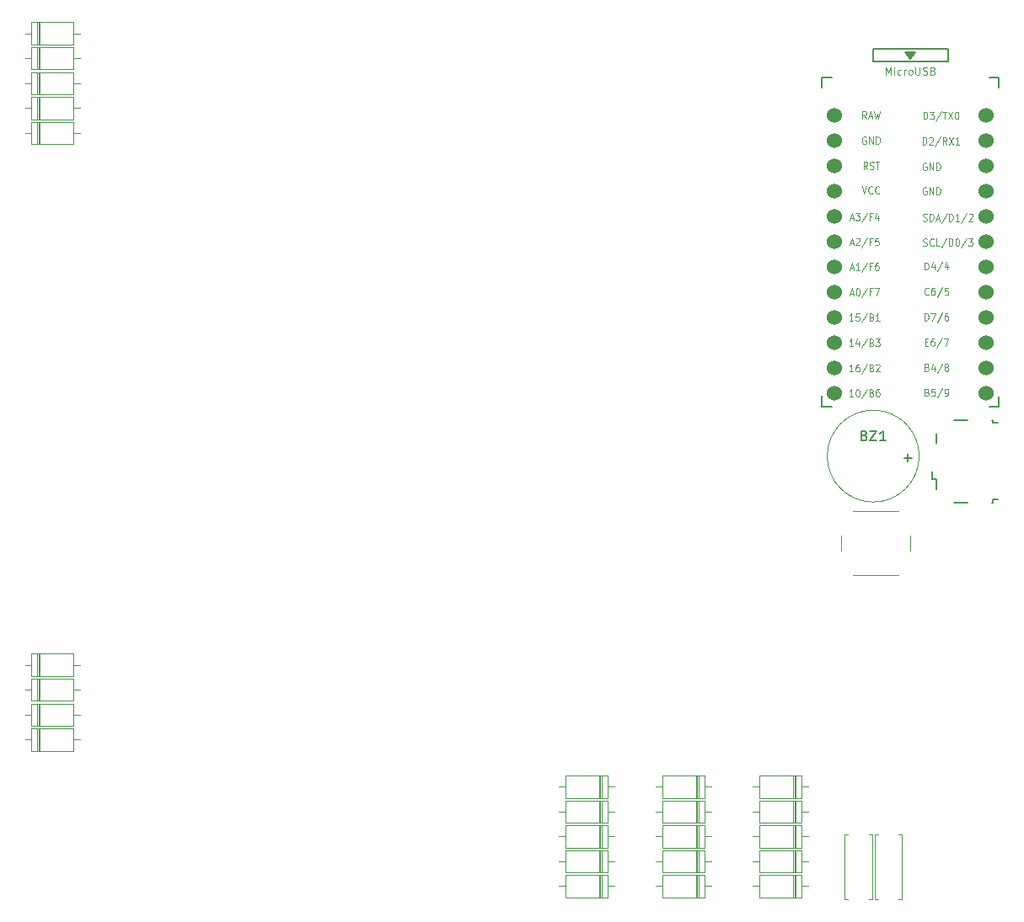
<source format=gto>
%TF.GenerationSoftware,KiCad,Pcbnew,(5.99.0-12766-g4a3658027e)*%
%TF.CreationDate,2021-12-04T14:11:10+09:00*%
%TF.ProjectId,left,6c656674-2e6b-4696-9361-645f70636258,rev?*%
%TF.SameCoordinates,Original*%
%TF.FileFunction,Legend,Top*%
%TF.FilePolarity,Positive*%
%FSLAX46Y46*%
G04 Gerber Fmt 4.6, Leading zero omitted, Abs format (unit mm)*
G04 Created by KiCad (PCBNEW (5.99.0-12766-g4a3658027e)) date 2021-12-04 14:11:10*
%MOMM*%
%LPD*%
G01*
G04 APERTURE LIST*
%ADD10C,0.125000*%
%ADD11C,0.120000*%
%ADD12C,0.150000*%
%ADD13C,1.524000*%
%ADD14R,1.600000X1.600000*%
%ADD15O,1.600000X1.600000*%
%ADD16C,3.000000*%
%ADD17C,1.900000*%
%ADD18C,0.990600*%
%ADD19C,3.400000*%
%ADD20C,1.600000*%
%ADD21C,2.000000*%
%ADD22C,5.700000*%
%ADD23O,0.800000X0.800000*%
%ADD24R,1.300000X0.450000*%
%ADD25O,1.800000X1.150000*%
%ADD26O,2.000000X1.450000*%
G04 APERTURE END LIST*
D10*
%TO.C,U1*%
X116561190Y-29614285D02*
X116561190Y-28864285D01*
X116720714Y-28864285D01*
X116816428Y-28900000D01*
X116880238Y-28971428D01*
X116912142Y-29042857D01*
X116944047Y-29185714D01*
X116944047Y-29292857D01*
X116912142Y-29435714D01*
X116880238Y-29507142D01*
X116816428Y-29578571D01*
X116720714Y-29614285D01*
X116561190Y-29614285D01*
X117167380Y-28864285D02*
X117582142Y-28864285D01*
X117358809Y-29150000D01*
X117454523Y-29150000D01*
X117518333Y-29185714D01*
X117550238Y-29221428D01*
X117582142Y-29292857D01*
X117582142Y-29471428D01*
X117550238Y-29542857D01*
X117518333Y-29578571D01*
X117454523Y-29614285D01*
X117263095Y-29614285D01*
X117199285Y-29578571D01*
X117167380Y-29542857D01*
X118347857Y-28828571D02*
X117773571Y-29792857D01*
X118475476Y-28864285D02*
X118858333Y-28864285D01*
X118666904Y-29614285D02*
X118666904Y-28864285D01*
X119017857Y-28864285D02*
X119464523Y-29614285D01*
X119464523Y-28864285D02*
X119017857Y-29614285D01*
X119847380Y-28864285D02*
X119911190Y-28864285D01*
X119975000Y-28900000D01*
X120006904Y-28935714D01*
X120038809Y-29007142D01*
X120070714Y-29150000D01*
X120070714Y-29328571D01*
X120038809Y-29471428D01*
X120006904Y-29542857D01*
X119975000Y-29578571D01*
X119911190Y-29614285D01*
X119847380Y-29614285D01*
X119783571Y-29578571D01*
X119751666Y-29542857D01*
X119719761Y-29471428D01*
X119687857Y-29328571D01*
X119687857Y-29150000D01*
X119719761Y-29007142D01*
X119751666Y-28935714D01*
X119783571Y-28900000D01*
X119847380Y-28864285D01*
X116908809Y-57071428D02*
X117004523Y-57107142D01*
X117036428Y-57142857D01*
X117068333Y-57214285D01*
X117068333Y-57321428D01*
X117036428Y-57392857D01*
X117004523Y-57428571D01*
X116940714Y-57464285D01*
X116685476Y-57464285D01*
X116685476Y-56714285D01*
X116908809Y-56714285D01*
X116972619Y-56750000D01*
X117004523Y-56785714D01*
X117036428Y-56857142D01*
X117036428Y-56928571D01*
X117004523Y-57000000D01*
X116972619Y-57035714D01*
X116908809Y-57071428D01*
X116685476Y-57071428D01*
X117674523Y-56714285D02*
X117355476Y-56714285D01*
X117323571Y-57071428D01*
X117355476Y-57035714D01*
X117419285Y-57000000D01*
X117578809Y-57000000D01*
X117642619Y-57035714D01*
X117674523Y-57071428D01*
X117706428Y-57142857D01*
X117706428Y-57321428D01*
X117674523Y-57392857D01*
X117642619Y-57428571D01*
X117578809Y-57464285D01*
X117419285Y-57464285D01*
X117355476Y-57428571D01*
X117323571Y-57392857D01*
X118472142Y-56678571D02*
X117897857Y-57642857D01*
X118727380Y-57464285D02*
X118855000Y-57464285D01*
X118918809Y-57428571D01*
X118950714Y-57392857D01*
X119014523Y-57285714D01*
X119046428Y-57142857D01*
X119046428Y-56857142D01*
X119014523Y-56785714D01*
X118982619Y-56750000D01*
X118918809Y-56714285D01*
X118791190Y-56714285D01*
X118727380Y-56750000D01*
X118695476Y-56785714D01*
X118663571Y-56857142D01*
X118663571Y-57035714D01*
X118695476Y-57107142D01*
X118727380Y-57142857D01*
X118791190Y-57178571D01*
X118918809Y-57178571D01*
X118982619Y-57142857D01*
X119014523Y-57107142D01*
X119046428Y-57035714D01*
X110812380Y-29564285D02*
X110589047Y-29207142D01*
X110429523Y-29564285D02*
X110429523Y-28814285D01*
X110684761Y-28814285D01*
X110748571Y-28850000D01*
X110780476Y-28885714D01*
X110812380Y-28957142D01*
X110812380Y-29064285D01*
X110780476Y-29135714D01*
X110748571Y-29171428D01*
X110684761Y-29207142D01*
X110429523Y-29207142D01*
X111067619Y-29350000D02*
X111386666Y-29350000D01*
X111003809Y-29564285D02*
X111227142Y-28814285D01*
X111450476Y-29564285D01*
X111610000Y-28814285D02*
X111769523Y-29564285D01*
X111897142Y-29028571D01*
X112024761Y-29564285D01*
X112184285Y-28814285D01*
X110381666Y-36364285D02*
X110605000Y-37114285D01*
X110828333Y-36364285D01*
X111434523Y-37042857D02*
X111402619Y-37078571D01*
X111306904Y-37114285D01*
X111243095Y-37114285D01*
X111147380Y-37078571D01*
X111083571Y-37007142D01*
X111051666Y-36935714D01*
X111019761Y-36792857D01*
X111019761Y-36685714D01*
X111051666Y-36542857D01*
X111083571Y-36471428D01*
X111147380Y-36400000D01*
X111243095Y-36364285D01*
X111306904Y-36364285D01*
X111402619Y-36400000D01*
X111434523Y-36435714D01*
X112104523Y-37042857D02*
X112072619Y-37078571D01*
X111976904Y-37114285D01*
X111913095Y-37114285D01*
X111817380Y-37078571D01*
X111753571Y-37007142D01*
X111721666Y-36935714D01*
X111689761Y-36792857D01*
X111689761Y-36685714D01*
X111721666Y-36542857D01*
X111753571Y-36471428D01*
X111817380Y-36400000D01*
X111913095Y-36364285D01*
X111976904Y-36364285D01*
X112072619Y-36400000D01*
X112104523Y-36435714D01*
X110764523Y-31400000D02*
X110700714Y-31364285D01*
X110605000Y-31364285D01*
X110509285Y-31400000D01*
X110445476Y-31471428D01*
X110413571Y-31542857D01*
X110381666Y-31685714D01*
X110381666Y-31792857D01*
X110413571Y-31935714D01*
X110445476Y-32007142D01*
X110509285Y-32078571D01*
X110605000Y-32114285D01*
X110668809Y-32114285D01*
X110764523Y-32078571D01*
X110796428Y-32042857D01*
X110796428Y-31792857D01*
X110668809Y-31792857D01*
X111083571Y-32114285D02*
X111083571Y-31364285D01*
X111466428Y-32114285D01*
X111466428Y-31364285D01*
X111785476Y-32114285D02*
X111785476Y-31364285D01*
X111945000Y-31364285D01*
X112040714Y-31400000D01*
X112104523Y-31471428D01*
X112136428Y-31542857D01*
X112168333Y-31685714D01*
X112168333Y-31792857D01*
X112136428Y-31935714D01*
X112104523Y-32007142D01*
X112040714Y-32078571D01*
X111945000Y-32114285D01*
X111785476Y-32114285D01*
X116685476Y-49864285D02*
X116685476Y-49114285D01*
X116845000Y-49114285D01*
X116940714Y-49150000D01*
X117004523Y-49221428D01*
X117036428Y-49292857D01*
X117068333Y-49435714D01*
X117068333Y-49542857D01*
X117036428Y-49685714D01*
X117004523Y-49757142D01*
X116940714Y-49828571D01*
X116845000Y-49864285D01*
X116685476Y-49864285D01*
X117291666Y-49114285D02*
X117738333Y-49114285D01*
X117451190Y-49864285D01*
X118472142Y-49078571D02*
X117897857Y-50042857D01*
X118982619Y-49114285D02*
X118855000Y-49114285D01*
X118791190Y-49150000D01*
X118759285Y-49185714D01*
X118695476Y-49292857D01*
X118663571Y-49435714D01*
X118663571Y-49721428D01*
X118695476Y-49792857D01*
X118727380Y-49828571D01*
X118791190Y-49864285D01*
X118918809Y-49864285D01*
X118982619Y-49828571D01*
X119014523Y-49792857D01*
X119046428Y-49721428D01*
X119046428Y-49542857D01*
X119014523Y-49471428D01*
X118982619Y-49435714D01*
X118918809Y-49400000D01*
X118791190Y-49400000D01*
X118727380Y-49435714D01*
X118695476Y-49471428D01*
X118663571Y-49542857D01*
X116481428Y-32164285D02*
X116481428Y-31414285D01*
X116640952Y-31414285D01*
X116736666Y-31450000D01*
X116800476Y-31521428D01*
X116832380Y-31592857D01*
X116864285Y-31735714D01*
X116864285Y-31842857D01*
X116832380Y-31985714D01*
X116800476Y-32057142D01*
X116736666Y-32128571D01*
X116640952Y-32164285D01*
X116481428Y-32164285D01*
X117119523Y-31485714D02*
X117151428Y-31450000D01*
X117215238Y-31414285D01*
X117374761Y-31414285D01*
X117438571Y-31450000D01*
X117470476Y-31485714D01*
X117502380Y-31557142D01*
X117502380Y-31628571D01*
X117470476Y-31735714D01*
X117087619Y-32164285D01*
X117502380Y-32164285D01*
X118268095Y-31378571D02*
X117693809Y-32342857D01*
X118874285Y-32164285D02*
X118650952Y-31807142D01*
X118491428Y-32164285D02*
X118491428Y-31414285D01*
X118746666Y-31414285D01*
X118810476Y-31450000D01*
X118842380Y-31485714D01*
X118874285Y-31557142D01*
X118874285Y-31664285D01*
X118842380Y-31735714D01*
X118810476Y-31771428D01*
X118746666Y-31807142D01*
X118491428Y-31807142D01*
X119097619Y-31414285D02*
X119544285Y-32164285D01*
X119544285Y-31414285D02*
X119097619Y-32164285D01*
X120150476Y-32164285D02*
X119767619Y-32164285D01*
X119959047Y-32164285D02*
X119959047Y-31414285D01*
X119895238Y-31521428D01*
X119831428Y-31592857D01*
X119767619Y-31628571D01*
D11*
X112753571Y-25139285D02*
X112753571Y-24389285D01*
X113003571Y-24925000D01*
X113253571Y-24389285D01*
X113253571Y-25139285D01*
X113610714Y-25139285D02*
X113610714Y-24639285D01*
X113610714Y-24389285D02*
X113575000Y-24425000D01*
X113610714Y-24460714D01*
X113646428Y-24425000D01*
X113610714Y-24389285D01*
X113610714Y-24460714D01*
X114289285Y-25103571D02*
X114217857Y-25139285D01*
X114075000Y-25139285D01*
X114003571Y-25103571D01*
X113967857Y-25067857D01*
X113932142Y-24996428D01*
X113932142Y-24782142D01*
X113967857Y-24710714D01*
X114003571Y-24675000D01*
X114075000Y-24639285D01*
X114217857Y-24639285D01*
X114289285Y-24675000D01*
X114610714Y-25139285D02*
X114610714Y-24639285D01*
X114610714Y-24782142D02*
X114646428Y-24710714D01*
X114682142Y-24675000D01*
X114753571Y-24639285D01*
X114825000Y-24639285D01*
X115182142Y-25139285D02*
X115110714Y-25103571D01*
X115075000Y-25067857D01*
X115039285Y-24996428D01*
X115039285Y-24782142D01*
X115075000Y-24710714D01*
X115110714Y-24675000D01*
X115182142Y-24639285D01*
X115289285Y-24639285D01*
X115360714Y-24675000D01*
X115396428Y-24710714D01*
X115432142Y-24782142D01*
X115432142Y-24996428D01*
X115396428Y-25067857D01*
X115360714Y-25103571D01*
X115289285Y-25139285D01*
X115182142Y-25139285D01*
X115753571Y-24389285D02*
X115753571Y-24996428D01*
X115789285Y-25067857D01*
X115825000Y-25103571D01*
X115896428Y-25139285D01*
X116039285Y-25139285D01*
X116110714Y-25103571D01*
X116146428Y-25067857D01*
X116182142Y-24996428D01*
X116182142Y-24389285D01*
X116503571Y-25103571D02*
X116610714Y-25139285D01*
X116789285Y-25139285D01*
X116860714Y-25103571D01*
X116896428Y-25067857D01*
X116932142Y-24996428D01*
X116932142Y-24925000D01*
X116896428Y-24853571D01*
X116860714Y-24817857D01*
X116789285Y-24782142D01*
X116646428Y-24746428D01*
X116575000Y-24710714D01*
X116539285Y-24675000D01*
X116503571Y-24603571D01*
X116503571Y-24532142D01*
X116539285Y-24460714D01*
X116575000Y-24425000D01*
X116646428Y-24389285D01*
X116825000Y-24389285D01*
X116932142Y-24425000D01*
X117503571Y-24746428D02*
X117610714Y-24782142D01*
X117646428Y-24817857D01*
X117682142Y-24889285D01*
X117682142Y-24996428D01*
X117646428Y-25067857D01*
X117610714Y-25103571D01*
X117539285Y-25139285D01*
X117253571Y-25139285D01*
X117253571Y-24389285D01*
X117503571Y-24389285D01*
X117575000Y-24425000D01*
X117610714Y-24460714D01*
X117646428Y-24532142D01*
X117646428Y-24603571D01*
X117610714Y-24675000D01*
X117575000Y-24710714D01*
X117503571Y-24746428D01*
X117253571Y-24746428D01*
D10*
X109492380Y-55014285D02*
X109109523Y-55014285D01*
X109300952Y-55014285D02*
X109300952Y-54264285D01*
X109237142Y-54371428D01*
X109173333Y-54442857D01*
X109109523Y-54478571D01*
X110066666Y-54264285D02*
X109939047Y-54264285D01*
X109875238Y-54300000D01*
X109843333Y-54335714D01*
X109779523Y-54442857D01*
X109747619Y-54585714D01*
X109747619Y-54871428D01*
X109779523Y-54942857D01*
X109811428Y-54978571D01*
X109875238Y-55014285D01*
X110002857Y-55014285D01*
X110066666Y-54978571D01*
X110098571Y-54942857D01*
X110130476Y-54871428D01*
X110130476Y-54692857D01*
X110098571Y-54621428D01*
X110066666Y-54585714D01*
X110002857Y-54550000D01*
X109875238Y-54550000D01*
X109811428Y-54585714D01*
X109779523Y-54621428D01*
X109747619Y-54692857D01*
X110896190Y-54228571D02*
X110321904Y-55192857D01*
X111342857Y-54621428D02*
X111438571Y-54657142D01*
X111470476Y-54692857D01*
X111502380Y-54764285D01*
X111502380Y-54871428D01*
X111470476Y-54942857D01*
X111438571Y-54978571D01*
X111374761Y-55014285D01*
X111119523Y-55014285D01*
X111119523Y-54264285D01*
X111342857Y-54264285D01*
X111406666Y-54300000D01*
X111438571Y-54335714D01*
X111470476Y-54407142D01*
X111470476Y-54478571D01*
X111438571Y-54550000D01*
X111406666Y-54585714D01*
X111342857Y-54621428D01*
X111119523Y-54621428D01*
X111757619Y-54335714D02*
X111789523Y-54300000D01*
X111853333Y-54264285D01*
X112012857Y-54264285D01*
X112076666Y-54300000D01*
X112108571Y-54335714D01*
X112140476Y-54407142D01*
X112140476Y-54478571D01*
X112108571Y-54585714D01*
X111725714Y-55014285D01*
X112140476Y-55014285D01*
X109492380Y-57514285D02*
X109109523Y-57514285D01*
X109300952Y-57514285D02*
X109300952Y-56764285D01*
X109237142Y-56871428D01*
X109173333Y-56942857D01*
X109109523Y-56978571D01*
X109907142Y-56764285D02*
X109970952Y-56764285D01*
X110034761Y-56800000D01*
X110066666Y-56835714D01*
X110098571Y-56907142D01*
X110130476Y-57050000D01*
X110130476Y-57228571D01*
X110098571Y-57371428D01*
X110066666Y-57442857D01*
X110034761Y-57478571D01*
X109970952Y-57514285D01*
X109907142Y-57514285D01*
X109843333Y-57478571D01*
X109811428Y-57442857D01*
X109779523Y-57371428D01*
X109747619Y-57228571D01*
X109747619Y-57050000D01*
X109779523Y-56907142D01*
X109811428Y-56835714D01*
X109843333Y-56800000D01*
X109907142Y-56764285D01*
X110896190Y-56728571D02*
X110321904Y-57692857D01*
X111342857Y-57121428D02*
X111438571Y-57157142D01*
X111470476Y-57192857D01*
X111502380Y-57264285D01*
X111502380Y-57371428D01*
X111470476Y-57442857D01*
X111438571Y-57478571D01*
X111374761Y-57514285D01*
X111119523Y-57514285D01*
X111119523Y-56764285D01*
X111342857Y-56764285D01*
X111406666Y-56800000D01*
X111438571Y-56835714D01*
X111470476Y-56907142D01*
X111470476Y-56978571D01*
X111438571Y-57050000D01*
X111406666Y-57085714D01*
X111342857Y-57121428D01*
X111119523Y-57121428D01*
X112076666Y-56764285D02*
X111949047Y-56764285D01*
X111885238Y-56800000D01*
X111853333Y-56835714D01*
X111789523Y-56942857D01*
X111757619Y-57085714D01*
X111757619Y-57371428D01*
X111789523Y-57442857D01*
X111821428Y-57478571D01*
X111885238Y-57514285D01*
X112012857Y-57514285D01*
X112076666Y-57478571D01*
X112108571Y-57442857D01*
X112140476Y-57371428D01*
X112140476Y-57192857D01*
X112108571Y-57121428D01*
X112076666Y-57085714D01*
X112012857Y-57050000D01*
X111885238Y-57050000D01*
X111821428Y-57085714D01*
X111789523Y-57121428D01*
X111757619Y-57192857D01*
X109189285Y-39600000D02*
X109508333Y-39600000D01*
X109125476Y-39814285D02*
X109348809Y-39064285D01*
X109572142Y-39814285D01*
X109731666Y-39064285D02*
X110146428Y-39064285D01*
X109923095Y-39350000D01*
X110018809Y-39350000D01*
X110082619Y-39385714D01*
X110114523Y-39421428D01*
X110146428Y-39492857D01*
X110146428Y-39671428D01*
X110114523Y-39742857D01*
X110082619Y-39778571D01*
X110018809Y-39814285D01*
X109827380Y-39814285D01*
X109763571Y-39778571D01*
X109731666Y-39742857D01*
X110912142Y-39028571D02*
X110337857Y-39992857D01*
X111358809Y-39421428D02*
X111135476Y-39421428D01*
X111135476Y-39814285D02*
X111135476Y-39064285D01*
X111454523Y-39064285D01*
X111996904Y-39314285D02*
X111996904Y-39814285D01*
X111837380Y-39028571D02*
X111677857Y-39564285D01*
X112092619Y-39564285D01*
X109189285Y-47150000D02*
X109508333Y-47150000D01*
X109125476Y-47364285D02*
X109348809Y-46614285D01*
X109572142Y-47364285D01*
X109923095Y-46614285D02*
X109986904Y-46614285D01*
X110050714Y-46650000D01*
X110082619Y-46685714D01*
X110114523Y-46757142D01*
X110146428Y-46900000D01*
X110146428Y-47078571D01*
X110114523Y-47221428D01*
X110082619Y-47292857D01*
X110050714Y-47328571D01*
X109986904Y-47364285D01*
X109923095Y-47364285D01*
X109859285Y-47328571D01*
X109827380Y-47292857D01*
X109795476Y-47221428D01*
X109763571Y-47078571D01*
X109763571Y-46900000D01*
X109795476Y-46757142D01*
X109827380Y-46685714D01*
X109859285Y-46650000D01*
X109923095Y-46614285D01*
X110912142Y-46578571D02*
X110337857Y-47542857D01*
X111358809Y-46971428D02*
X111135476Y-46971428D01*
X111135476Y-47364285D02*
X111135476Y-46614285D01*
X111454523Y-46614285D01*
X111645952Y-46614285D02*
X112092619Y-46614285D01*
X111805476Y-47364285D01*
X116908809Y-54571428D02*
X117004523Y-54607142D01*
X117036428Y-54642857D01*
X117068333Y-54714285D01*
X117068333Y-54821428D01*
X117036428Y-54892857D01*
X117004523Y-54928571D01*
X116940714Y-54964285D01*
X116685476Y-54964285D01*
X116685476Y-54214285D01*
X116908809Y-54214285D01*
X116972619Y-54250000D01*
X117004523Y-54285714D01*
X117036428Y-54357142D01*
X117036428Y-54428571D01*
X117004523Y-54500000D01*
X116972619Y-54535714D01*
X116908809Y-54571428D01*
X116685476Y-54571428D01*
X117642619Y-54464285D02*
X117642619Y-54964285D01*
X117483095Y-54178571D02*
X117323571Y-54714285D01*
X117738333Y-54714285D01*
X118472142Y-54178571D02*
X117897857Y-55142857D01*
X118791190Y-54535714D02*
X118727380Y-54500000D01*
X118695476Y-54464285D01*
X118663571Y-54392857D01*
X118663571Y-54357142D01*
X118695476Y-54285714D01*
X118727380Y-54250000D01*
X118791190Y-54214285D01*
X118918809Y-54214285D01*
X118982619Y-54250000D01*
X119014523Y-54285714D01*
X119046428Y-54357142D01*
X119046428Y-54392857D01*
X119014523Y-54464285D01*
X118982619Y-54500000D01*
X118918809Y-54535714D01*
X118791190Y-54535714D01*
X118727380Y-54571428D01*
X118695476Y-54607142D01*
X118663571Y-54678571D01*
X118663571Y-54821428D01*
X118695476Y-54892857D01*
X118727380Y-54928571D01*
X118791190Y-54964285D01*
X118918809Y-54964285D01*
X118982619Y-54928571D01*
X119014523Y-54892857D01*
X119046428Y-54821428D01*
X119046428Y-54678571D01*
X119014523Y-54607142D01*
X118982619Y-54571428D01*
X118918809Y-54535714D01*
X117068333Y-47242857D02*
X117036428Y-47278571D01*
X116940714Y-47314285D01*
X116876904Y-47314285D01*
X116781190Y-47278571D01*
X116717380Y-47207142D01*
X116685476Y-47135714D01*
X116653571Y-46992857D01*
X116653571Y-46885714D01*
X116685476Y-46742857D01*
X116717380Y-46671428D01*
X116781190Y-46600000D01*
X116876904Y-46564285D01*
X116940714Y-46564285D01*
X117036428Y-46600000D01*
X117068333Y-46635714D01*
X117642619Y-46564285D02*
X117515000Y-46564285D01*
X117451190Y-46600000D01*
X117419285Y-46635714D01*
X117355476Y-46742857D01*
X117323571Y-46885714D01*
X117323571Y-47171428D01*
X117355476Y-47242857D01*
X117387380Y-47278571D01*
X117451190Y-47314285D01*
X117578809Y-47314285D01*
X117642619Y-47278571D01*
X117674523Y-47242857D01*
X117706428Y-47171428D01*
X117706428Y-46992857D01*
X117674523Y-46921428D01*
X117642619Y-46885714D01*
X117578809Y-46850000D01*
X117451190Y-46850000D01*
X117387380Y-46885714D01*
X117355476Y-46921428D01*
X117323571Y-46992857D01*
X118472142Y-46528571D02*
X117897857Y-47492857D01*
X119014523Y-46564285D02*
X118695476Y-46564285D01*
X118663571Y-46921428D01*
X118695476Y-46885714D01*
X118759285Y-46850000D01*
X118918809Y-46850000D01*
X118982619Y-46885714D01*
X119014523Y-46921428D01*
X119046428Y-46992857D01*
X119046428Y-47171428D01*
X119014523Y-47242857D01*
X118982619Y-47278571D01*
X118918809Y-47314285D01*
X118759285Y-47314285D01*
X118695476Y-47278571D01*
X118663571Y-47242857D01*
X116717380Y-52021428D02*
X116940714Y-52021428D01*
X117036428Y-52414285D02*
X116717380Y-52414285D01*
X116717380Y-51664285D01*
X117036428Y-51664285D01*
X117610714Y-51664285D02*
X117483095Y-51664285D01*
X117419285Y-51700000D01*
X117387380Y-51735714D01*
X117323571Y-51842857D01*
X117291666Y-51985714D01*
X117291666Y-52271428D01*
X117323571Y-52342857D01*
X117355476Y-52378571D01*
X117419285Y-52414285D01*
X117546904Y-52414285D01*
X117610714Y-52378571D01*
X117642619Y-52342857D01*
X117674523Y-52271428D01*
X117674523Y-52092857D01*
X117642619Y-52021428D01*
X117610714Y-51985714D01*
X117546904Y-51950000D01*
X117419285Y-51950000D01*
X117355476Y-51985714D01*
X117323571Y-52021428D01*
X117291666Y-52092857D01*
X118440238Y-51628571D02*
X117865952Y-52592857D01*
X118599761Y-51664285D02*
X119046428Y-51664285D01*
X118759285Y-52414285D01*
X116527380Y-42328571D02*
X116623095Y-42364285D01*
X116782619Y-42364285D01*
X116846428Y-42328571D01*
X116878333Y-42292857D01*
X116910238Y-42221428D01*
X116910238Y-42150000D01*
X116878333Y-42078571D01*
X116846428Y-42042857D01*
X116782619Y-42007142D01*
X116655000Y-41971428D01*
X116591190Y-41935714D01*
X116559285Y-41900000D01*
X116527380Y-41828571D01*
X116527380Y-41757142D01*
X116559285Y-41685714D01*
X116591190Y-41650000D01*
X116655000Y-41614285D01*
X116814523Y-41614285D01*
X116910238Y-41650000D01*
X117580238Y-42292857D02*
X117548333Y-42328571D01*
X117452619Y-42364285D01*
X117388809Y-42364285D01*
X117293095Y-42328571D01*
X117229285Y-42257142D01*
X117197380Y-42185714D01*
X117165476Y-42042857D01*
X117165476Y-41935714D01*
X117197380Y-41792857D01*
X117229285Y-41721428D01*
X117293095Y-41650000D01*
X117388809Y-41614285D01*
X117452619Y-41614285D01*
X117548333Y-41650000D01*
X117580238Y-41685714D01*
X118186428Y-42364285D02*
X117867380Y-42364285D01*
X117867380Y-41614285D01*
X118888333Y-41578571D02*
X118314047Y-42542857D01*
X119111666Y-42364285D02*
X119111666Y-41614285D01*
X119271190Y-41614285D01*
X119366904Y-41650000D01*
X119430714Y-41721428D01*
X119462619Y-41792857D01*
X119494523Y-41935714D01*
X119494523Y-42042857D01*
X119462619Y-42185714D01*
X119430714Y-42257142D01*
X119366904Y-42328571D01*
X119271190Y-42364285D01*
X119111666Y-42364285D01*
X119909285Y-41614285D02*
X119973095Y-41614285D01*
X120036904Y-41650000D01*
X120068809Y-41685714D01*
X120100714Y-41757142D01*
X120132619Y-41900000D01*
X120132619Y-42078571D01*
X120100714Y-42221428D01*
X120068809Y-42292857D01*
X120036904Y-42328571D01*
X119973095Y-42364285D01*
X119909285Y-42364285D01*
X119845476Y-42328571D01*
X119813571Y-42292857D01*
X119781666Y-42221428D01*
X119749761Y-42078571D01*
X119749761Y-41900000D01*
X119781666Y-41757142D01*
X119813571Y-41685714D01*
X119845476Y-41650000D01*
X119909285Y-41614285D01*
X120898333Y-41578571D02*
X120324047Y-42542857D01*
X121057857Y-41614285D02*
X121472619Y-41614285D01*
X121249285Y-41900000D01*
X121345000Y-41900000D01*
X121408809Y-41935714D01*
X121440714Y-41971428D01*
X121472619Y-42042857D01*
X121472619Y-42221428D01*
X121440714Y-42292857D01*
X121408809Y-42328571D01*
X121345000Y-42364285D01*
X121153571Y-42364285D01*
X121089761Y-42328571D01*
X121057857Y-42292857D01*
X109189285Y-42100000D02*
X109508333Y-42100000D01*
X109125476Y-42314285D02*
X109348809Y-41564285D01*
X109572142Y-42314285D01*
X109763571Y-41635714D02*
X109795476Y-41600000D01*
X109859285Y-41564285D01*
X110018809Y-41564285D01*
X110082619Y-41600000D01*
X110114523Y-41635714D01*
X110146428Y-41707142D01*
X110146428Y-41778571D01*
X110114523Y-41885714D01*
X109731666Y-42314285D01*
X110146428Y-42314285D01*
X110912142Y-41528571D02*
X110337857Y-42492857D01*
X111358809Y-41921428D02*
X111135476Y-41921428D01*
X111135476Y-42314285D02*
X111135476Y-41564285D01*
X111454523Y-41564285D01*
X112028809Y-41564285D02*
X111709761Y-41564285D01*
X111677857Y-41921428D01*
X111709761Y-41885714D01*
X111773571Y-41850000D01*
X111933095Y-41850000D01*
X111996904Y-41885714D01*
X112028809Y-41921428D01*
X112060714Y-41992857D01*
X112060714Y-42171428D01*
X112028809Y-42242857D01*
X111996904Y-42278571D01*
X111933095Y-42314285D01*
X111773571Y-42314285D01*
X111709761Y-42278571D01*
X111677857Y-42242857D01*
D12*
D10*
X110908095Y-34664285D02*
X110684761Y-34307142D01*
X110525238Y-34664285D02*
X110525238Y-33914285D01*
X110780476Y-33914285D01*
X110844285Y-33950000D01*
X110876190Y-33985714D01*
X110908095Y-34057142D01*
X110908095Y-34164285D01*
X110876190Y-34235714D01*
X110844285Y-34271428D01*
X110780476Y-34307142D01*
X110525238Y-34307142D01*
X111163333Y-34628571D02*
X111259047Y-34664285D01*
X111418571Y-34664285D01*
X111482380Y-34628571D01*
X111514285Y-34592857D01*
X111546190Y-34521428D01*
X111546190Y-34450000D01*
X111514285Y-34378571D01*
X111482380Y-34342857D01*
X111418571Y-34307142D01*
X111290952Y-34271428D01*
X111227142Y-34235714D01*
X111195238Y-34200000D01*
X111163333Y-34128571D01*
X111163333Y-34057142D01*
X111195238Y-33985714D01*
X111227142Y-33950000D01*
X111290952Y-33914285D01*
X111450476Y-33914285D01*
X111546190Y-33950000D01*
X111737619Y-33914285D02*
X112120476Y-33914285D01*
X111929047Y-34664285D02*
X111929047Y-33914285D01*
X116839523Y-34050000D02*
X116775714Y-34014285D01*
X116680000Y-34014285D01*
X116584285Y-34050000D01*
X116520476Y-34121428D01*
X116488571Y-34192857D01*
X116456666Y-34335714D01*
X116456666Y-34442857D01*
X116488571Y-34585714D01*
X116520476Y-34657142D01*
X116584285Y-34728571D01*
X116680000Y-34764285D01*
X116743809Y-34764285D01*
X116839523Y-34728571D01*
X116871428Y-34692857D01*
X116871428Y-34442857D01*
X116743809Y-34442857D01*
X117158571Y-34764285D02*
X117158571Y-34014285D01*
X117541428Y-34764285D01*
X117541428Y-34014285D01*
X117860476Y-34764285D02*
X117860476Y-34014285D01*
X118020000Y-34014285D01*
X118115714Y-34050000D01*
X118179523Y-34121428D01*
X118211428Y-34192857D01*
X118243333Y-34335714D01*
X118243333Y-34442857D01*
X118211428Y-34585714D01*
X118179523Y-34657142D01*
X118115714Y-34728571D01*
X118020000Y-34764285D01*
X117860476Y-34764285D01*
X109189285Y-44600000D02*
X109508333Y-44600000D01*
X109125476Y-44814285D02*
X109348809Y-44064285D01*
X109572142Y-44814285D01*
X110146428Y-44814285D02*
X109763571Y-44814285D01*
X109955000Y-44814285D02*
X109955000Y-44064285D01*
X109891190Y-44171428D01*
X109827380Y-44242857D01*
X109763571Y-44278571D01*
X110912142Y-44028571D02*
X110337857Y-44992857D01*
X111358809Y-44421428D02*
X111135476Y-44421428D01*
X111135476Y-44814285D02*
X111135476Y-44064285D01*
X111454523Y-44064285D01*
X111996904Y-44064285D02*
X111869285Y-44064285D01*
X111805476Y-44100000D01*
X111773571Y-44135714D01*
X111709761Y-44242857D01*
X111677857Y-44385714D01*
X111677857Y-44671428D01*
X111709761Y-44742857D01*
X111741666Y-44778571D01*
X111805476Y-44814285D01*
X111933095Y-44814285D01*
X111996904Y-44778571D01*
X112028809Y-44742857D01*
X112060714Y-44671428D01*
X112060714Y-44492857D01*
X112028809Y-44421428D01*
X111996904Y-44385714D01*
X111933095Y-44350000D01*
X111805476Y-44350000D01*
X111741666Y-44385714D01*
X111709761Y-44421428D01*
X111677857Y-44492857D01*
X109492380Y-52464285D02*
X109109523Y-52464285D01*
X109300952Y-52464285D02*
X109300952Y-51714285D01*
X109237142Y-51821428D01*
X109173333Y-51892857D01*
X109109523Y-51928571D01*
X110066666Y-51964285D02*
X110066666Y-52464285D01*
X109907142Y-51678571D02*
X109747619Y-52214285D01*
X110162380Y-52214285D01*
X110896190Y-51678571D02*
X110321904Y-52642857D01*
X111342857Y-52071428D02*
X111438571Y-52107142D01*
X111470476Y-52142857D01*
X111502380Y-52214285D01*
X111502380Y-52321428D01*
X111470476Y-52392857D01*
X111438571Y-52428571D01*
X111374761Y-52464285D01*
X111119523Y-52464285D01*
X111119523Y-51714285D01*
X111342857Y-51714285D01*
X111406666Y-51750000D01*
X111438571Y-51785714D01*
X111470476Y-51857142D01*
X111470476Y-51928571D01*
X111438571Y-52000000D01*
X111406666Y-52035714D01*
X111342857Y-52071428D01*
X111119523Y-52071428D01*
X111725714Y-51714285D02*
X112140476Y-51714285D01*
X111917142Y-52000000D01*
X112012857Y-52000000D01*
X112076666Y-52035714D01*
X112108571Y-52071428D01*
X112140476Y-52142857D01*
X112140476Y-52321428D01*
X112108571Y-52392857D01*
X112076666Y-52428571D01*
X112012857Y-52464285D01*
X111821428Y-52464285D01*
X111757619Y-52428571D01*
X111725714Y-52392857D01*
X109492380Y-49914285D02*
X109109523Y-49914285D01*
X109300952Y-49914285D02*
X109300952Y-49164285D01*
X109237142Y-49271428D01*
X109173333Y-49342857D01*
X109109523Y-49378571D01*
X110098571Y-49164285D02*
X109779523Y-49164285D01*
X109747619Y-49521428D01*
X109779523Y-49485714D01*
X109843333Y-49450000D01*
X110002857Y-49450000D01*
X110066666Y-49485714D01*
X110098571Y-49521428D01*
X110130476Y-49592857D01*
X110130476Y-49771428D01*
X110098571Y-49842857D01*
X110066666Y-49878571D01*
X110002857Y-49914285D01*
X109843333Y-49914285D01*
X109779523Y-49878571D01*
X109747619Y-49842857D01*
X110896190Y-49128571D02*
X110321904Y-50092857D01*
X111342857Y-49521428D02*
X111438571Y-49557142D01*
X111470476Y-49592857D01*
X111502380Y-49664285D01*
X111502380Y-49771428D01*
X111470476Y-49842857D01*
X111438571Y-49878571D01*
X111374761Y-49914285D01*
X111119523Y-49914285D01*
X111119523Y-49164285D01*
X111342857Y-49164285D01*
X111406666Y-49200000D01*
X111438571Y-49235714D01*
X111470476Y-49307142D01*
X111470476Y-49378571D01*
X111438571Y-49450000D01*
X111406666Y-49485714D01*
X111342857Y-49521428D01*
X111119523Y-49521428D01*
X112140476Y-49914285D02*
X111757619Y-49914285D01*
X111949047Y-49914285D02*
X111949047Y-49164285D01*
X111885238Y-49271428D01*
X111821428Y-49342857D01*
X111757619Y-49378571D01*
X116511428Y-39828571D02*
X116607142Y-39864285D01*
X116766666Y-39864285D01*
X116830476Y-39828571D01*
X116862380Y-39792857D01*
X116894285Y-39721428D01*
X116894285Y-39650000D01*
X116862380Y-39578571D01*
X116830476Y-39542857D01*
X116766666Y-39507142D01*
X116639047Y-39471428D01*
X116575238Y-39435714D01*
X116543333Y-39400000D01*
X116511428Y-39328571D01*
X116511428Y-39257142D01*
X116543333Y-39185714D01*
X116575238Y-39150000D01*
X116639047Y-39114285D01*
X116798571Y-39114285D01*
X116894285Y-39150000D01*
X117181428Y-39864285D02*
X117181428Y-39114285D01*
X117340952Y-39114285D01*
X117436666Y-39150000D01*
X117500476Y-39221428D01*
X117532380Y-39292857D01*
X117564285Y-39435714D01*
X117564285Y-39542857D01*
X117532380Y-39685714D01*
X117500476Y-39757142D01*
X117436666Y-39828571D01*
X117340952Y-39864285D01*
X117181428Y-39864285D01*
X117819523Y-39650000D02*
X118138571Y-39650000D01*
X117755714Y-39864285D02*
X117979047Y-39114285D01*
X118202380Y-39864285D01*
X118904285Y-39078571D02*
X118330000Y-40042857D01*
X119127619Y-39864285D02*
X119127619Y-39114285D01*
X119287142Y-39114285D01*
X119382857Y-39150000D01*
X119446666Y-39221428D01*
X119478571Y-39292857D01*
X119510476Y-39435714D01*
X119510476Y-39542857D01*
X119478571Y-39685714D01*
X119446666Y-39757142D01*
X119382857Y-39828571D01*
X119287142Y-39864285D01*
X119127619Y-39864285D01*
X120148571Y-39864285D02*
X119765714Y-39864285D01*
X119957142Y-39864285D02*
X119957142Y-39114285D01*
X119893333Y-39221428D01*
X119829523Y-39292857D01*
X119765714Y-39328571D01*
X120914285Y-39078571D02*
X120340000Y-40042857D01*
X121105714Y-39185714D02*
X121137619Y-39150000D01*
X121201428Y-39114285D01*
X121360952Y-39114285D01*
X121424761Y-39150000D01*
X121456666Y-39185714D01*
X121488571Y-39257142D01*
X121488571Y-39328571D01*
X121456666Y-39435714D01*
X121073809Y-39864285D01*
X121488571Y-39864285D01*
X116839523Y-36500000D02*
X116775714Y-36464285D01*
X116680000Y-36464285D01*
X116584285Y-36500000D01*
X116520476Y-36571428D01*
X116488571Y-36642857D01*
X116456666Y-36785714D01*
X116456666Y-36892857D01*
X116488571Y-37035714D01*
X116520476Y-37107142D01*
X116584285Y-37178571D01*
X116680000Y-37214285D01*
X116743809Y-37214285D01*
X116839523Y-37178571D01*
X116871428Y-37142857D01*
X116871428Y-36892857D01*
X116743809Y-36892857D01*
X117158571Y-37214285D02*
X117158571Y-36464285D01*
X117541428Y-37214285D01*
X117541428Y-36464285D01*
X117860476Y-37214285D02*
X117860476Y-36464285D01*
X118020000Y-36464285D01*
X118115714Y-36500000D01*
X118179523Y-36571428D01*
X118211428Y-36642857D01*
X118243333Y-36785714D01*
X118243333Y-36892857D01*
X118211428Y-37035714D01*
X118179523Y-37107142D01*
X118115714Y-37178571D01*
X118020000Y-37214285D01*
X117860476Y-37214285D01*
X116685476Y-44764285D02*
X116685476Y-44014285D01*
X116845000Y-44014285D01*
X116940714Y-44050000D01*
X117004523Y-44121428D01*
X117036428Y-44192857D01*
X117068333Y-44335714D01*
X117068333Y-44442857D01*
X117036428Y-44585714D01*
X117004523Y-44657142D01*
X116940714Y-44728571D01*
X116845000Y-44764285D01*
X116685476Y-44764285D01*
X117642619Y-44264285D02*
X117642619Y-44764285D01*
X117483095Y-43978571D02*
X117323571Y-44514285D01*
X117738333Y-44514285D01*
X118472142Y-43978571D02*
X117897857Y-44942857D01*
X118982619Y-44264285D02*
X118982619Y-44764285D01*
X118823095Y-43978571D02*
X118663571Y-44514285D01*
X119078333Y-44514285D01*
D12*
%TO.C,BZ1*%
X110619047Y-61428571D02*
X110761904Y-61476190D01*
X110809523Y-61523809D01*
X110857142Y-61619047D01*
X110857142Y-61761904D01*
X110809523Y-61857142D01*
X110761904Y-61904761D01*
X110666666Y-61952380D01*
X110285714Y-61952380D01*
X110285714Y-60952380D01*
X110619047Y-60952380D01*
X110714285Y-61000000D01*
X110761904Y-61047619D01*
X110809523Y-61142857D01*
X110809523Y-61238095D01*
X110761904Y-61333333D01*
X110714285Y-61380952D01*
X110619047Y-61428571D01*
X110285714Y-61428571D01*
X111190476Y-60952380D02*
X111857142Y-60952380D01*
X111190476Y-61952380D01*
X111857142Y-61952380D01*
X112761904Y-61952380D02*
X112190476Y-61952380D01*
X112476190Y-61952380D02*
X112476190Y-60952380D01*
X112380952Y-61095238D01*
X112285714Y-61190476D01*
X112190476Y-61238095D01*
X114619047Y-63671428D02*
X115380952Y-63671428D01*
X115000000Y-64052380D02*
X115000000Y-63290476D01*
D11*
%TO.C,D21*%
X84810000Y-97870000D02*
X84810000Y-95630000D01*
X84210000Y-97870000D02*
X84210000Y-95630000D01*
X83970000Y-97870000D02*
X83970000Y-95630000D01*
X80570000Y-95630000D02*
X80570000Y-97870000D01*
X79920000Y-96750000D02*
X80570000Y-96750000D01*
X84090000Y-97870000D02*
X84090000Y-95630000D01*
X84810000Y-95630000D02*
X80570000Y-95630000D01*
X80570000Y-97870000D02*
X84810000Y-97870000D01*
X85460000Y-96750000D02*
X84810000Y-96750000D01*
%TO.C,D13*%
X90320000Y-102870000D02*
X94560000Y-102870000D01*
X93720000Y-102870000D02*
X93720000Y-100630000D01*
X89670000Y-101750000D02*
X90320000Y-101750000D01*
X94560000Y-102870000D02*
X94560000Y-100630000D01*
X94560000Y-100630000D02*
X90320000Y-100630000D01*
X93840000Y-102870000D02*
X93840000Y-100630000D01*
X93960000Y-102870000D02*
X93960000Y-100630000D01*
X95210000Y-101750000D02*
X94560000Y-101750000D01*
X90320000Y-100630000D02*
X90320000Y-102870000D01*
%TO.C,R1*%
X111040000Y-101540000D02*
X111370000Y-101540000D01*
X111370000Y-108080000D02*
X111040000Y-108080000D01*
X108630000Y-108080000D02*
X108960000Y-108080000D01*
X108960000Y-101540000D02*
X108630000Y-101540000D01*
X111370000Y-101540000D02*
X111370000Y-108080000D01*
X108630000Y-101540000D02*
X108630000Y-108080000D01*
%TO.C,SW47*%
X114000000Y-69000000D02*
X109500000Y-69000000D01*
X108250000Y-71500000D02*
X108250000Y-73000000D01*
X115250000Y-73000000D02*
X115250000Y-71500000D01*
X109500000Y-75500000D02*
X114000000Y-75500000D01*
%TO.C,D4*%
X100070000Y-107870000D02*
X104310000Y-107870000D01*
X103590000Y-107870000D02*
X103590000Y-105630000D01*
X104310000Y-107870000D02*
X104310000Y-105630000D01*
X103470000Y-107870000D02*
X103470000Y-105630000D01*
X100070000Y-105630000D02*
X100070000Y-107870000D01*
X103710000Y-107870000D02*
X103710000Y-105630000D01*
X104960000Y-106750000D02*
X104310000Y-106750000D01*
X104310000Y-105630000D02*
X100070000Y-105630000D01*
X99420000Y-106750000D02*
X100070000Y-106750000D01*
%TO.C,D8*%
X94560000Y-105370000D02*
X94560000Y-103130000D01*
X93960000Y-105370000D02*
X93960000Y-103130000D01*
X93840000Y-105370000D02*
X93840000Y-103130000D01*
X90320000Y-105370000D02*
X94560000Y-105370000D01*
X93720000Y-105370000D02*
X93720000Y-103130000D01*
X95210000Y-104250000D02*
X94560000Y-104250000D01*
X94560000Y-103130000D02*
X90320000Y-103130000D01*
X89670000Y-104250000D02*
X90320000Y-104250000D01*
X90320000Y-103130000D02*
X90320000Y-105370000D01*
%TO.C,D6*%
X27780000Y-27380000D02*
X27780000Y-29620000D01*
X27540000Y-27380000D02*
X27540000Y-29620000D01*
X26940000Y-27380000D02*
X26940000Y-29620000D01*
X31830000Y-28500000D02*
X31180000Y-28500000D01*
X27660000Y-27380000D02*
X27660000Y-29620000D01*
X26940000Y-29620000D02*
X31180000Y-29620000D01*
X26290000Y-28500000D02*
X26940000Y-28500000D01*
X31180000Y-29620000D02*
X31180000Y-27380000D01*
X31180000Y-27380000D02*
X26940000Y-27380000D01*
%TO.C,D23*%
X100070000Y-95630000D02*
X100070000Y-97870000D01*
X100070000Y-97870000D02*
X104310000Y-97870000D01*
X104960000Y-96750000D02*
X104310000Y-96750000D01*
X104310000Y-97870000D02*
X104310000Y-95630000D01*
X99420000Y-96750000D02*
X100070000Y-96750000D01*
X103470000Y-97870000D02*
X103470000Y-95630000D01*
X104310000Y-95630000D02*
X100070000Y-95630000D01*
X103710000Y-97870000D02*
X103710000Y-95630000D01*
X103590000Y-97870000D02*
X103590000Y-95630000D01*
%TO.C,D2*%
X80570000Y-107870000D02*
X84810000Y-107870000D01*
X84210000Y-107870000D02*
X84210000Y-105630000D01*
X84090000Y-107870000D02*
X84090000Y-105630000D01*
X80570000Y-105630000D02*
X80570000Y-107870000D01*
X83970000Y-107870000D02*
X83970000Y-105630000D01*
X79920000Y-106750000D02*
X80570000Y-106750000D01*
X84810000Y-105630000D02*
X80570000Y-105630000D01*
X85460000Y-106750000D02*
X84810000Y-106750000D01*
X84810000Y-107870000D02*
X84810000Y-105630000D01*
%TO.C,D3*%
X93840000Y-107870000D02*
X93840000Y-105630000D01*
X94560000Y-107870000D02*
X94560000Y-105630000D01*
X90320000Y-105630000D02*
X90320000Y-107870000D01*
X93720000Y-107870000D02*
X93720000Y-105630000D01*
X95210000Y-106750000D02*
X94560000Y-106750000D01*
X89670000Y-106750000D02*
X90320000Y-106750000D01*
X94560000Y-105630000D02*
X90320000Y-105630000D01*
X90320000Y-107870000D02*
X94560000Y-107870000D01*
X93960000Y-107870000D02*
X93960000Y-105630000D01*
%TO.C,D10*%
X31180000Y-88380000D02*
X26940000Y-88380000D01*
X26940000Y-90620000D02*
X31180000Y-90620000D01*
X31830000Y-89500000D02*
X31180000Y-89500000D01*
X27780000Y-88380000D02*
X27780000Y-90620000D01*
X26940000Y-88380000D02*
X26940000Y-90620000D01*
X31180000Y-90620000D02*
X31180000Y-88380000D01*
X27660000Y-88380000D02*
X27660000Y-90620000D01*
X26290000Y-89500000D02*
X26940000Y-89500000D01*
X27540000Y-88380000D02*
X27540000Y-90620000D01*
%TO.C,D5*%
X31180000Y-93120000D02*
X31180000Y-90880000D01*
X31180000Y-90880000D02*
X26940000Y-90880000D01*
X31830000Y-92000000D02*
X31180000Y-92000000D01*
X26940000Y-90880000D02*
X26940000Y-93120000D01*
X26290000Y-92000000D02*
X26940000Y-92000000D01*
X27780000Y-90880000D02*
X27780000Y-93120000D01*
X26940000Y-93120000D02*
X31180000Y-93120000D01*
X27660000Y-90880000D02*
X27660000Y-93120000D01*
X27540000Y-90880000D02*
X27540000Y-93120000D01*
%TO.C,D12*%
X84810000Y-102870000D02*
X84810000Y-100630000D01*
X79920000Y-101750000D02*
X80570000Y-101750000D01*
X84090000Y-102870000D02*
X84090000Y-100630000D01*
X80570000Y-100630000D02*
X80570000Y-102870000D01*
X80570000Y-102870000D02*
X84810000Y-102870000D01*
X83970000Y-102870000D02*
X83970000Y-100630000D01*
X84810000Y-100630000D02*
X80570000Y-100630000D01*
X85460000Y-101750000D02*
X84810000Y-101750000D01*
X84210000Y-102870000D02*
X84210000Y-100630000D01*
%TO.C,D20*%
X26290000Y-21000000D02*
X26940000Y-21000000D01*
X27540000Y-19880000D02*
X27540000Y-22120000D01*
X27780000Y-19880000D02*
X27780000Y-22120000D01*
X27660000Y-19880000D02*
X27660000Y-22120000D01*
X31180000Y-22120000D02*
X31180000Y-19880000D01*
X26940000Y-19880000D02*
X26940000Y-22120000D01*
X31830000Y-21000000D02*
X31180000Y-21000000D01*
X26940000Y-22120000D02*
X31180000Y-22120000D01*
X31180000Y-19880000D02*
X26940000Y-19880000D01*
%TO.C,R2*%
X114370000Y-101540000D02*
X114370000Y-108080000D01*
X114040000Y-101540000D02*
X114370000Y-101540000D01*
X111630000Y-108080000D02*
X111960000Y-108080000D01*
X111960000Y-101540000D02*
X111630000Y-101540000D01*
X111630000Y-101540000D02*
X111630000Y-108080000D01*
X114370000Y-108080000D02*
X114040000Y-108080000D01*
%TO.C,D9*%
X100070000Y-105370000D02*
X104310000Y-105370000D01*
X104960000Y-104250000D02*
X104310000Y-104250000D01*
X103710000Y-105370000D02*
X103710000Y-103130000D01*
X104310000Y-103130000D02*
X100070000Y-103130000D01*
X104310000Y-105370000D02*
X104310000Y-103130000D01*
X103470000Y-105370000D02*
X103470000Y-103130000D01*
X100070000Y-103130000D02*
X100070000Y-105370000D01*
X103590000Y-105370000D02*
X103590000Y-103130000D01*
X99420000Y-104250000D02*
X100070000Y-104250000D01*
%TO.C,D18*%
X94560000Y-98130000D02*
X90320000Y-98130000D01*
X93840000Y-100370000D02*
X93840000Y-98130000D01*
X90320000Y-98130000D02*
X90320000Y-100370000D01*
X93960000Y-100370000D02*
X93960000Y-98130000D01*
X95210000Y-99250000D02*
X94560000Y-99250000D01*
X90320000Y-100370000D02*
X94560000Y-100370000D01*
X89670000Y-99250000D02*
X90320000Y-99250000D01*
X94560000Y-100370000D02*
X94560000Y-98130000D01*
X93720000Y-100370000D02*
X93720000Y-98130000D01*
%TO.C,D17*%
X84210000Y-100370000D02*
X84210000Y-98130000D01*
X80570000Y-98130000D02*
X80570000Y-100370000D01*
X79920000Y-99250000D02*
X80570000Y-99250000D01*
X85460000Y-99250000D02*
X84810000Y-99250000D01*
X84090000Y-100370000D02*
X84090000Y-98130000D01*
X84810000Y-100370000D02*
X84810000Y-98130000D01*
X84810000Y-98130000D02*
X80570000Y-98130000D01*
X83970000Y-100370000D02*
X83970000Y-98130000D01*
X80570000Y-100370000D02*
X84810000Y-100370000D01*
%TO.C,D15*%
X31180000Y-85880000D02*
X26940000Y-85880000D01*
X26940000Y-88120000D02*
X31180000Y-88120000D01*
X31830000Y-87000000D02*
X31180000Y-87000000D01*
X27540000Y-85880000D02*
X27540000Y-88120000D01*
X27780000Y-85880000D02*
X27780000Y-88120000D01*
X27660000Y-85880000D02*
X27660000Y-88120000D01*
X26940000Y-85880000D02*
X26940000Y-88120000D01*
X26290000Y-87000000D02*
X26940000Y-87000000D01*
X31180000Y-88120000D02*
X31180000Y-85880000D01*
D12*
%TO.C,U1*%
X115750000Y-22900000D02*
X115250000Y-23550000D01*
X111500000Y-23850000D02*
X119000000Y-23850000D01*
X106350000Y-57450000D02*
X106350000Y-58500000D01*
X119000000Y-22550000D02*
X111500000Y-22550000D01*
X114900000Y-23050000D02*
X115600000Y-23050000D01*
X124150000Y-58500000D02*
X123140000Y-58500000D01*
X124150000Y-25450000D02*
X123200000Y-25450000D01*
X115100000Y-23350000D02*
X115400000Y-23350000D01*
X106350000Y-58500000D02*
X107350000Y-58500000D01*
X119000000Y-23850000D02*
X119000000Y-22550000D01*
X124150000Y-57500000D02*
X124150000Y-58500000D01*
X114750000Y-22900000D02*
X115750000Y-22900000D01*
X115000000Y-23200000D02*
X115500000Y-23200000D01*
X111500000Y-22550000D02*
X111500000Y-23850000D01*
X124150000Y-25450000D02*
X124150000Y-26450000D01*
X106350000Y-25450000D02*
X106350000Y-26450000D01*
X106350000Y-25450000D02*
X107350000Y-25450000D01*
X115250000Y-23550000D02*
X114750000Y-22900000D01*
D11*
%TO.C,D22*%
X93720000Y-97870000D02*
X93720000Y-95630000D01*
X93960000Y-97870000D02*
X93960000Y-95630000D01*
X94560000Y-97870000D02*
X94560000Y-95630000D01*
X89670000Y-96750000D02*
X90320000Y-96750000D01*
X90320000Y-97870000D02*
X94560000Y-97870000D01*
X95210000Y-96750000D02*
X94560000Y-96750000D01*
X93840000Y-97870000D02*
X93840000Y-95630000D01*
X94560000Y-95630000D02*
X90320000Y-95630000D01*
X90320000Y-95630000D02*
X90320000Y-97870000D01*
%TO.C,D14*%
X100070000Y-102870000D02*
X104310000Y-102870000D01*
X103710000Y-102870000D02*
X103710000Y-100630000D01*
X103590000Y-102870000D02*
X103590000Y-100630000D01*
X104310000Y-100630000D02*
X100070000Y-100630000D01*
X100070000Y-100630000D02*
X100070000Y-102870000D01*
X104310000Y-102870000D02*
X104310000Y-100630000D01*
X104960000Y-101750000D02*
X104310000Y-101750000D01*
X103470000Y-102870000D02*
X103470000Y-100630000D01*
X99420000Y-101750000D02*
X100070000Y-101750000D01*
%TO.C,D11*%
X27660000Y-24880000D02*
X27660000Y-27120000D01*
X27540000Y-24880000D02*
X27540000Y-27120000D01*
X31180000Y-27120000D02*
X31180000Y-24880000D01*
X26290000Y-26000000D02*
X26940000Y-26000000D01*
X27780000Y-24880000D02*
X27780000Y-27120000D01*
X26940000Y-27120000D02*
X31180000Y-27120000D01*
X31180000Y-24880000D02*
X26940000Y-24880000D01*
X26940000Y-24880000D02*
X26940000Y-27120000D01*
X31830000Y-26000000D02*
X31180000Y-26000000D01*
%TO.C,D7*%
X84090000Y-105370000D02*
X84090000Y-103130000D01*
X79920000Y-104250000D02*
X80570000Y-104250000D01*
X84810000Y-105370000D02*
X84810000Y-103130000D01*
X80570000Y-103130000D02*
X80570000Y-105370000D01*
X83970000Y-105370000D02*
X83970000Y-103130000D01*
X84210000Y-105370000D02*
X84210000Y-103130000D01*
X85460000Y-104250000D02*
X84810000Y-104250000D01*
X84810000Y-103130000D02*
X80570000Y-103130000D01*
X80570000Y-105370000D02*
X84810000Y-105370000D01*
%TO.C,D1*%
X31830000Y-31000000D02*
X31180000Y-31000000D01*
X27660000Y-29880000D02*
X27660000Y-32120000D01*
X27540000Y-29880000D02*
X27540000Y-32120000D01*
X26940000Y-29880000D02*
X26940000Y-32120000D01*
X26290000Y-31000000D02*
X26940000Y-31000000D01*
X31180000Y-32120000D02*
X31180000Y-29880000D01*
X26940000Y-32120000D02*
X31180000Y-32120000D01*
X31180000Y-29880000D02*
X26940000Y-29880000D01*
X27780000Y-29880000D02*
X27780000Y-32120000D01*
%TO.C,D16*%
X27780000Y-22380000D02*
X27780000Y-24620000D01*
X31180000Y-24620000D02*
X31180000Y-22380000D01*
X31180000Y-22380000D02*
X26940000Y-22380000D01*
X27660000Y-22380000D02*
X27660000Y-24620000D01*
X27540000Y-22380000D02*
X27540000Y-24620000D01*
X26940000Y-22380000D02*
X26940000Y-24620000D01*
X31830000Y-23500000D02*
X31180000Y-23500000D01*
X26290000Y-23500000D02*
X26940000Y-23500000D01*
X26940000Y-24620000D02*
X31180000Y-24620000D01*
%TO.C,D19*%
X103470000Y-100370000D02*
X103470000Y-98130000D01*
X99420000Y-99250000D02*
X100070000Y-99250000D01*
X104960000Y-99250000D02*
X104310000Y-99250000D01*
X103710000Y-100370000D02*
X103710000Y-98130000D01*
X104310000Y-98130000D02*
X100070000Y-98130000D01*
X103590000Y-100370000D02*
X103590000Y-98130000D01*
X104310000Y-100370000D02*
X104310000Y-98130000D01*
X100070000Y-98130000D02*
X100070000Y-100370000D01*
X100070000Y-100370000D02*
X104310000Y-100370000D01*
D12*
%TO.C,J1*%
X119600000Y-68150000D02*
X121000000Y-68150000D01*
X117850000Y-62200000D02*
X117850000Y-61200000D01*
X123550000Y-59850000D02*
X123400000Y-59850000D01*
X117850000Y-65800000D02*
X117850000Y-66800000D01*
X117425000Y-65075000D02*
X117425000Y-65800000D01*
X123550000Y-60150000D02*
X123550000Y-59850000D01*
X124000000Y-60150000D02*
X123550000Y-60150000D01*
X123550000Y-68150000D02*
X123550000Y-67850000D01*
X121000000Y-59850000D02*
X119600000Y-59850000D01*
X117425000Y-65800000D02*
X117850000Y-65800000D01*
X123400000Y-68150000D02*
X123550000Y-68150000D01*
X123550000Y-67850000D02*
X124000000Y-67850000D01*
D11*
%TO.C,D47*%
X26290000Y-84500000D02*
X26940000Y-84500000D01*
X27780000Y-83380000D02*
X27780000Y-85620000D01*
X31180000Y-83380000D02*
X26940000Y-83380000D01*
X26940000Y-85620000D02*
X31180000Y-85620000D01*
X26940000Y-83380000D02*
X26940000Y-85620000D01*
X27540000Y-83380000D02*
X27540000Y-85620000D01*
X27660000Y-83380000D02*
X27660000Y-85620000D01*
X31830000Y-84500000D02*
X31180000Y-84500000D01*
X31180000Y-85620000D02*
X31180000Y-83380000D01*
%TO.C,BZ1*%
X116120000Y-63500000D02*
G75*
G03*
X116120000Y-63500000I-4620000J0D01*
G01*
%TD*%
D13*
%TO.C,U1*%
X122861400Y-29272000D03*
X122861400Y-31812000D03*
X122861400Y-34352000D03*
X122861400Y-36892000D03*
X122861400Y-39432000D03*
X122861400Y-41972000D03*
X122861400Y-44512000D03*
X122861400Y-47052000D03*
X122861400Y-49592000D03*
X122861400Y-52132000D03*
X122861400Y-54672000D03*
X122861400Y-57212000D03*
X107641400Y-57212000D03*
X107641400Y-54672000D03*
X107641400Y-52132000D03*
X107641400Y-49592000D03*
X107641400Y-47052000D03*
X107641400Y-44512000D03*
X107641400Y-41972000D03*
X107641400Y-39432000D03*
X107641400Y-36892000D03*
X107641400Y-34352000D03*
X107641400Y-31812000D03*
X107641400Y-29272000D03*
%TD*%
%LPC*%
D14*
%TO.C,D21*%
X86500000Y-96750000D03*
D15*
X78880000Y-96750000D03*
%TD*%
D14*
%TO.C,D13*%
X96250000Y-101750000D03*
D15*
X88630000Y-101750000D03*
%TD*%
D16*
%TO.C,SW21*%
X102000000Y-47000000D03*
X97000000Y-44800000D03*
D17*
X91500000Y-50750000D03*
X102500000Y-50750000D03*
D18*
X91780000Y-54950000D03*
D19*
X97000000Y-50750000D03*
%TD*%
D20*
%TO.C,R1*%
X110000000Y-101000000D03*
D15*
X110000000Y-108620000D03*
%TD*%
D16*
%TO.C,SW18*%
X84000000Y-64000000D03*
D18*
X73780000Y-71950000D03*
D17*
X73500000Y-67750000D03*
D16*
X79000000Y-61800000D03*
D17*
X84500000Y-67750000D03*
D19*
X79000000Y-67750000D03*
%TD*%
D21*
%TO.C,SW47*%
X115000000Y-74500000D03*
X108500000Y-74500000D03*
X108500000Y-70000000D03*
X115000000Y-70000000D03*
%TD*%
D14*
%TO.C,D4*%
X106000000Y-106750000D03*
D15*
X98380000Y-106750000D03*
%TD*%
D16*
%TO.C,SW8*%
X48000000Y-59000000D03*
D17*
X48500000Y-62750000D03*
D19*
X43000000Y-62750000D03*
D17*
X37500000Y-62750000D03*
D16*
X43000000Y-56800000D03*
D18*
X37780000Y-66950000D03*
%TD*%
%TO.C,SW14*%
X91780000Y-88950000D03*
D17*
X102500000Y-84750000D03*
X91500000Y-84750000D03*
D16*
X102000000Y-81000000D03*
D19*
X97000000Y-84750000D03*
D16*
X97000000Y-78800000D03*
%TD*%
D17*
%TO.C,SW9*%
X84500000Y-84750000D03*
D18*
X73780000Y-88950000D03*
D16*
X84000000Y-81000000D03*
X79000000Y-78800000D03*
D19*
X79000000Y-84750000D03*
D17*
X73500000Y-84750000D03*
%TD*%
D16*
%TO.C,SW11*%
X66000000Y-23000000D03*
D18*
X55780000Y-30950000D03*
D16*
X61000000Y-20800000D03*
D17*
X55500000Y-26750000D03*
D19*
X61000000Y-26750000D03*
D17*
X66500000Y-26750000D03*
%TD*%
D14*
%TO.C,D8*%
X96250000Y-104250000D03*
D15*
X88630000Y-104250000D03*
%TD*%
D17*
%TO.C,SW19*%
X120500000Y-84750000D03*
D19*
X115000000Y-84750000D03*
D17*
X109500000Y-84750000D03*
D16*
X120000000Y-81000000D03*
D18*
X109780000Y-88950000D03*
D16*
X115000000Y-78800000D03*
%TD*%
%TO.C,SW17*%
X84000000Y-47000000D03*
D18*
X73780000Y-54950000D03*
D17*
X73500000Y-50750000D03*
D16*
X79000000Y-44800000D03*
D17*
X84500000Y-50750000D03*
D19*
X79000000Y-50750000D03*
%TD*%
D14*
%TO.C,D6*%
X25250000Y-28500000D03*
D15*
X32870000Y-28500000D03*
%TD*%
D16*
%TO.C,SW5*%
X25000000Y-95800000D03*
X30000000Y-98000000D03*
D17*
X19500000Y-101750000D03*
D18*
X19780000Y-105950000D03*
D17*
X30500000Y-101750000D03*
D19*
X25000000Y-101750000D03*
%TD*%
D16*
%TO.C,SW4*%
X66000000Y-74000000D03*
D17*
X66500000Y-77750000D03*
X55500000Y-77750000D03*
D16*
X61000000Y-71800000D03*
D18*
X55780000Y-81950000D03*
D19*
X61000000Y-77750000D03*
%TD*%
%TO.C,SW15*%
X43000000Y-101750000D03*
D17*
X37500000Y-101750000D03*
D18*
X37780000Y-105950000D03*
D16*
X43000000Y-95800000D03*
X48000000Y-98000000D03*
D17*
X48500000Y-101750000D03*
%TD*%
D14*
%TO.C,D23*%
X106000000Y-96750000D03*
D15*
X98380000Y-96750000D03*
%TD*%
D14*
%TO.C,D2*%
X86500000Y-106750000D03*
D15*
X78880000Y-106750000D03*
%TD*%
D14*
%TO.C,D3*%
X96250000Y-106750000D03*
D15*
X88630000Y-106750000D03*
%TD*%
D14*
%TO.C,D10*%
X25250000Y-89500000D03*
D15*
X32870000Y-89500000D03*
%TD*%
D16*
%TO.C,SW12*%
X61000000Y-37800000D03*
D19*
X61000000Y-43750000D03*
D18*
X55780000Y-47950000D03*
D16*
X66000000Y-40000000D03*
D17*
X66500000Y-43750000D03*
X55500000Y-43750000D03*
%TD*%
D14*
%TO.C,D5*%
X25250000Y-92000000D03*
D15*
X32870000Y-92000000D03*
%TD*%
D16*
%TO.C,SW6*%
X48000000Y-25000000D03*
D17*
X37500000Y-28750000D03*
D19*
X43000000Y-28750000D03*
D18*
X37780000Y-32950000D03*
D17*
X48500000Y-28750000D03*
D16*
X43000000Y-22800000D03*
%TD*%
D14*
%TO.C,D12*%
X86500000Y-101750000D03*
D15*
X78880000Y-101750000D03*
%TD*%
D14*
%TO.C,D20*%
X25250000Y-21000000D03*
D15*
X32870000Y-21000000D03*
%TD*%
D20*
%TO.C,R2*%
X113000000Y-101000000D03*
D15*
X113000000Y-108620000D03*
%TD*%
D14*
%TO.C,D9*%
X106000000Y-104250000D03*
D15*
X98380000Y-104250000D03*
%TD*%
D14*
%TO.C,D18*%
X96250000Y-99250000D03*
D15*
X88630000Y-99250000D03*
%TD*%
D14*
%TO.C,D17*%
X86500000Y-99250000D03*
D15*
X78880000Y-99250000D03*
%TD*%
D14*
%TO.C,D15*%
X25250000Y-87000000D03*
D15*
X32870000Y-87000000D03*
%TD*%
D18*
%TO.C,SW23*%
X118780000Y-105950000D03*
D19*
X124000000Y-101750000D03*
D16*
X129000000Y-98000000D03*
D17*
X118500000Y-101750000D03*
X129500000Y-101750000D03*
D16*
X124000000Y-95800000D03*
%TD*%
D17*
%TO.C,SW13*%
X66500000Y-60750000D03*
D18*
X55780000Y-64950000D03*
D19*
X61000000Y-60750000D03*
D16*
X66000000Y-57000000D03*
X61000000Y-54800000D03*
D17*
X55500000Y-60750000D03*
%TD*%
%TO.C,SW7*%
X37500000Y-45750000D03*
D16*
X43000000Y-39800000D03*
D19*
X43000000Y-45750000D03*
D18*
X37780000Y-49950000D03*
D17*
X48500000Y-45750000D03*
D16*
X48000000Y-42000000D03*
%TD*%
D17*
%TO.C,SW20*%
X102500000Y-33750000D03*
D16*
X102000000Y-30000000D03*
D17*
X91500000Y-33750000D03*
D16*
X97000000Y-27800000D03*
D18*
X91780000Y-37950000D03*
D19*
X97000000Y-33750000D03*
%TD*%
D14*
%TO.C,D22*%
X96250000Y-96750000D03*
D15*
X88630000Y-96750000D03*
%TD*%
D17*
%TO.C,SW1*%
X19500000Y-40750000D03*
D16*
X25000000Y-34800000D03*
D18*
X19780000Y-44950000D03*
D17*
X30500000Y-40750000D03*
D16*
X30000000Y-37000000D03*
D19*
X25000000Y-40750000D03*
%TD*%
D14*
%TO.C,D14*%
X106000000Y-101750000D03*
D15*
X98380000Y-101750000D03*
%TD*%
D17*
%TO.C,SW2*%
X30500000Y-57750000D03*
D18*
X19780000Y-61950000D03*
D17*
X19500000Y-57750000D03*
D16*
X30000000Y-54000000D03*
D19*
X25000000Y-57750000D03*
D16*
X25000000Y-51800000D03*
%TD*%
D14*
%TO.C,D11*%
X25250000Y-26000000D03*
D15*
X32870000Y-26000000D03*
%TD*%
D19*
%TO.C,SW16*%
X79000000Y-33750000D03*
D17*
X73500000Y-33750000D03*
D16*
X79000000Y-27800000D03*
D18*
X73780000Y-37950000D03*
D16*
X84000000Y-30000000D03*
D17*
X84500000Y-33750000D03*
%TD*%
D14*
%TO.C,D7*%
X86500000Y-104250000D03*
D15*
X78880000Y-104250000D03*
%TD*%
D14*
%TO.C,D1*%
X25250000Y-31000000D03*
D15*
X32870000Y-31000000D03*
%TD*%
D16*
%TO.C,SW22*%
X102000000Y-64000000D03*
X97000000Y-61800000D03*
D17*
X102500000Y-67750000D03*
D19*
X97000000Y-67750000D03*
D17*
X91500000Y-67750000D03*
D18*
X91780000Y-71950000D03*
%TD*%
D14*
%TO.C,D16*%
X25250000Y-23500000D03*
D15*
X32870000Y-23500000D03*
%TD*%
D17*
%TO.C,SW3*%
X19500000Y-74750000D03*
D18*
X19780000Y-78950000D03*
D16*
X25000000Y-68800000D03*
X30000000Y-71000000D03*
D19*
X25000000Y-74750000D03*
D17*
X30500000Y-74750000D03*
%TD*%
D14*
%TO.C,D19*%
X106000000Y-99250000D03*
D15*
X98380000Y-99250000D03*
%TD*%
D17*
%TO.C,SW10*%
X37500000Y-84750000D03*
D18*
X37780000Y-88950000D03*
D16*
X43000000Y-78800000D03*
D17*
X48500000Y-84750000D03*
D19*
X43000000Y-84750000D03*
D16*
X48000000Y-81000000D03*
%TD*%
D22*
%TO.C,H4*%
X96500000Y-22000000D03*
%TD*%
D23*
%TO.C,J1*%
X119450000Y-61500000D03*
X119450000Y-66500000D03*
D24*
X118350000Y-65300000D03*
X118350000Y-64650000D03*
X118350000Y-64000000D03*
X118350000Y-63350000D03*
X118350000Y-62700000D03*
D25*
X122200000Y-67875000D03*
D26*
X118400000Y-60275000D03*
X118400000Y-67725000D03*
D25*
X122200000Y-60125000D03*
%TD*%
D19*
%TO.C,SW49*%
X61000000Y-101750000D03*
D16*
X61000000Y-95800000D03*
X66000000Y-98000000D03*
D17*
X55500000Y-101750000D03*
D18*
X55780000Y-105950000D03*
D17*
X66500000Y-101750000D03*
%TD*%
D22*
%TO.C,H2*%
X19250000Y-88250000D03*
%TD*%
%TO.C,H1*%
X55250000Y-89750000D03*
%TD*%
D14*
%TO.C,D47*%
X25250000Y-84500000D03*
D15*
X32870000Y-84500000D03*
%TD*%
D22*
%TO.C,H8*%
X20750000Y-23000000D03*
%TD*%
D14*
%TO.C,BZ1*%
X113500000Y-63500000D03*
D20*
X109500000Y-63500000D03*
%TD*%
D22*
%TO.C,H6*%
X111750000Y-96500000D03*
%TD*%
%TO.C,H5*%
X73250000Y-22000000D03*
%TD*%
%TO.C,H7*%
X73250000Y-96500000D03*
%TD*%
D20*
%TO.C,C1*%
X117750000Y-71000000D03*
X122750000Y-71000000D03*
%TD*%
%TO.C,C2*%
X117750000Y-74000000D03*
X122750000Y-74000000D03*
%TD*%
M02*

</source>
